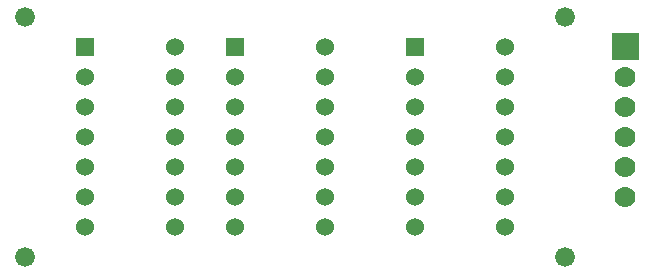
<source format=gbr>
G04 start of page 5 for group 3 idx 3 *
G04 Title: (unknown), signal3 *
G04 Creator: pcb 20140316 *
G04 CreationDate: Mon 05 Jul 2021 10:39:17 PM GMT UTC *
G04 For: steve *
G04 Format: Gerber/RS-274X *
G04 PCB-Dimensions (mil): 2200.00 1000.00 *
G04 PCB-Coordinate-Origin: lower left *
%MOIN*%
%FSLAX25Y25*%
%LNGROUP3*%
%ADD40C,0.0380*%
%ADD39C,0.0280*%
%ADD38C,0.0300*%
%ADD37C,0.0660*%
%ADD36C,0.0700*%
%ADD35C,0.0600*%
%ADD34C,0.0001*%
G54D34*G36*
X137000Y83000D02*Y77000D01*
X143000D01*
Y83000D01*
X137000D01*
G37*
G54D35*X140000Y70000D03*
Y60000D03*
Y50000D03*
G54D34*G36*
X205500Y84500D02*Y75500D01*
X214500D01*
Y84500D01*
X205500D01*
G37*
G54D36*X210000Y70000D03*
Y60000D03*
Y50000D03*
Y40000D03*
Y30000D03*
G54D35*X140000Y40000D03*
Y30000D03*
Y20000D03*
X170000D03*
Y30000D03*
Y40000D03*
Y50000D03*
Y60000D03*
Y70000D03*
Y80000D03*
G54D34*G36*
X27000Y83000D02*Y77000D01*
X33000D01*
Y83000D01*
X27000D01*
G37*
G54D35*X30000Y70000D03*
Y60000D03*
Y50000D03*
X60000Y60000D03*
X80000D03*
X60000Y70000D03*
Y80000D03*
G54D34*G36*
X77000Y83000D02*Y77000D01*
X83000D01*
Y83000D01*
X77000D01*
G37*
G54D35*X80000Y70000D03*
X30000Y40000D03*
Y30000D03*
Y20000D03*
X60000D03*
Y30000D03*
Y40000D03*
Y50000D03*
X80000D03*
Y40000D03*
Y30000D03*
Y20000D03*
X110000D03*
Y30000D03*
Y40000D03*
Y50000D03*
Y60000D03*
Y70000D03*
Y80000D03*
G54D37*X190000Y90000D03*
Y10000D03*
X10000D03*
Y90000D03*
G54D38*G54D39*G54D40*G54D39*M02*

</source>
